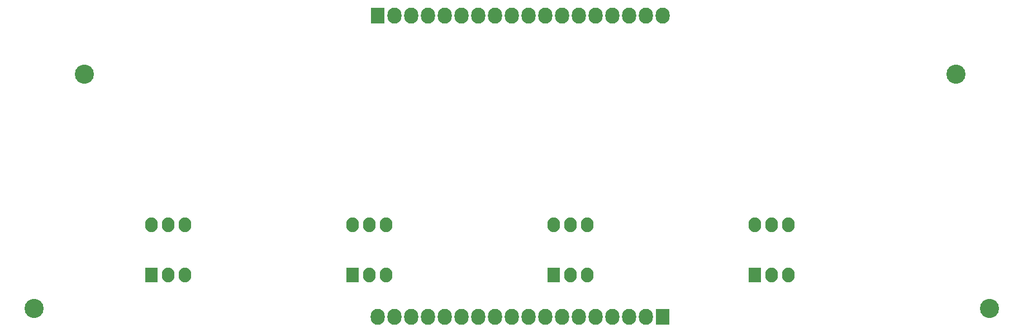
<source format=gbs>
G04 #@! TF.FileFunction,Soldermask,Bot*
%FSLAX46Y46*%
G04 Gerber Fmt 4.6, Leading zero omitted, Abs format (unit mm)*
G04 Created by KiCad (PCBNEW 4.0.0-stable) date 3/18/2016 11:08:59 AM*
%MOMM*%
G01*
G04 APERTURE LIST*
%ADD10C,0.100000*%
%ADD11R,2.127200X2.432000*%
%ADD12O,2.127200X2.432000*%
%ADD13R,1.924000X2.224000*%
%ADD14O,1.924000X2.224000*%
%ADD15C,2.900000*%
G04 APERTURE END LIST*
D10*
D11*
X153670000Y-33020000D03*
D12*
X156210000Y-33020000D03*
X158750000Y-33020000D03*
X161290000Y-33020000D03*
X163830000Y-33020000D03*
X166370000Y-33020000D03*
X168910000Y-33020000D03*
X171450000Y-33020000D03*
X173990000Y-33020000D03*
X176530000Y-33020000D03*
X179070000Y-33020000D03*
X181610000Y-33020000D03*
X184150000Y-33020000D03*
X186690000Y-33020000D03*
X189230000Y-33020000D03*
X191770000Y-33020000D03*
X194310000Y-33020000D03*
X196850000Y-33020000D03*
D11*
X196850000Y-78740000D03*
D12*
X194310000Y-78740000D03*
X191770000Y-78740000D03*
X189230000Y-78740000D03*
X186690000Y-78740000D03*
X184150000Y-78740000D03*
X181610000Y-78740000D03*
X179070000Y-78740000D03*
X176530000Y-78740000D03*
X173990000Y-78740000D03*
X171450000Y-78740000D03*
X168910000Y-78740000D03*
X166370000Y-78740000D03*
X163830000Y-78740000D03*
X161290000Y-78740000D03*
X158750000Y-78740000D03*
X156210000Y-78740000D03*
X153670000Y-78740000D03*
D13*
X210820000Y-72390000D03*
D14*
X210820000Y-64770000D03*
X213360000Y-72390000D03*
X213360000Y-64770000D03*
X215900000Y-72390000D03*
X215900000Y-64770000D03*
D13*
X180340000Y-72390000D03*
D14*
X180340000Y-64770000D03*
X182880000Y-72390000D03*
X182880000Y-64770000D03*
X185420000Y-72390000D03*
X185420000Y-64770000D03*
D13*
X149860000Y-72390000D03*
D14*
X149860000Y-64770000D03*
X152400000Y-72390000D03*
X152400000Y-64770000D03*
X154940000Y-72390000D03*
X154940000Y-64770000D03*
D13*
X119380000Y-72390000D03*
D14*
X119380000Y-64770000D03*
X121920000Y-72390000D03*
X121920000Y-64770000D03*
X124460000Y-72390000D03*
X124460000Y-64770000D03*
D15*
X101600000Y-77470000D03*
X109220000Y-41910000D03*
X241300000Y-41910000D03*
X246380000Y-77470000D03*
M02*

</source>
